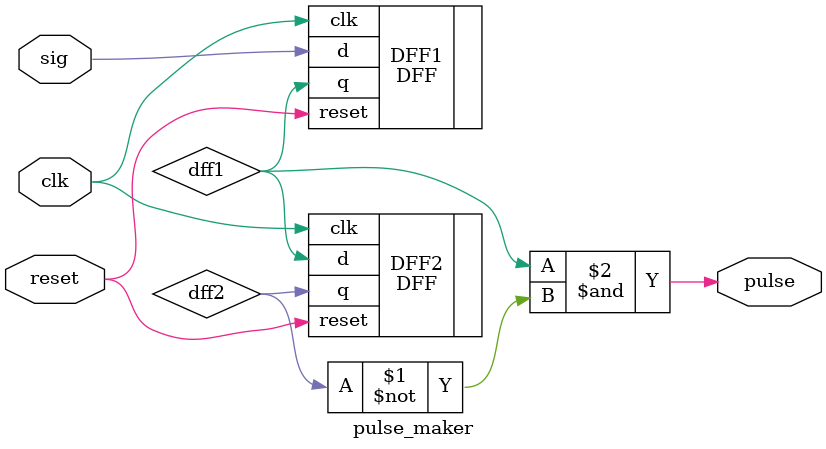
<source format=v>
`timescale 1ns / 1ps
module pulse_maker(
		input wire sig, clk, reset,
		output wire pulse
    );
	 
	 wire dff1, dff2;
	 
	 DFF DFF1(.clk(clk), .reset(reset), .d(sig), .q(dff1));
	 DFF DFF2(.clk(clk), .reset(reset), .d(dff1), .q(dff2));
	 
	 assign pulse = dff1 & ~dff2;


endmodule

</source>
